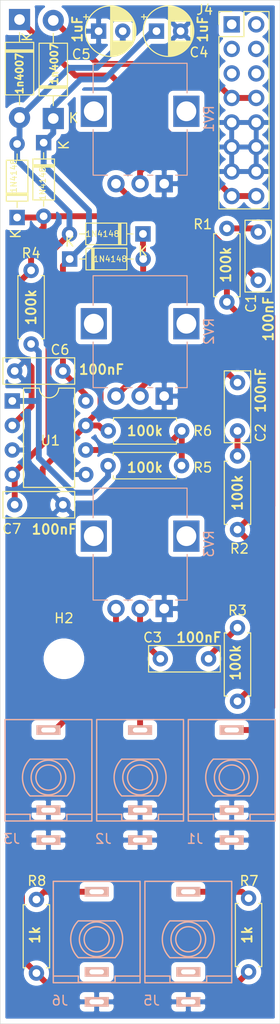
<source format=kicad_pcb>
(kicad_pcb (version 20171130) (host pcbnew "(5.1.7)-1")
  (layers (0 F.Cu signal hide) (31 B.Cu signal hide) (34 B.Paste user hide) (35 F.Paste user hide) (36 B.SilkS user) (37 F.SilkS user hide) (38 B.Mask user hide) (39 F.Mask user hide) (44 Edge.Cuts user))
  (net 0 "")
  (net 1 "Net-(C1-Pad2)")
  (net 2 "Net-(C1-Pad1)")
  (net 3 "Net-(C2-Pad2)")
  (net 4 "Net-(C2-Pad1)")
  (net 5 "Net-(C3-Pad2)")
  (net 6 "Net-(C3-Pad1)")
  (net 7 GND)
  (net 8 +12V)
  (net 9 -12V)
  (net 10 "Net-(D1-Pad1)")
  (net 11 VAA)
  (net 12 VSS)
  (net 13 "Net-(D5-Pad2)")
  (net 14 "Net-(J1-Pad3)")
  (net 15 "Net-(J2-Pad3)")
  (net 16 "Net-(J3-Pad3)")
  (net 17 "Net-(J4-Pad6)")
  (net 18 "Net-(J4-Pad5)")
  (net 19 "Net-(J4-Pad4)")
  (net 20 "Net-(J4-Pad3)")
  (net 21 "Net-(J4-Pad2)")
  (net 22 "Net-(J4-Pad1)")
  (net 23 "Net-(J5-Pad2)")
  (net 24 "Net-(J5-Pad3)")
  (net 25 "Net-(J6-Pad2)")
  (net 26 "Net-(J6-Pad3)")
  (net 27 "Net-(R4-Pad1)")
  (net 28 "Net-(R5-Pad1)")
  (module Connector_PinHeader_2.54mm:PinHeader_2x08_P2.54mm_Vertical (layer F.Cu) (at 111.36 29.58)
    (fp_text reference J4 (at -2.8 -1.5) (layer F.SilkS))
    (fp_text value Conn_02x08_Odd_Even)
    (pad 16 thru_hole oval (at 2.54 17.78) (size 1.7 1.7) (drill 1) (layers *.Cu *.Mask) (net 12 VSS))
    (pad 15 thru_hole oval (at 0 17.78) (size 1.7 1.7) (drill 1) (layers *.Cu *.Mask) (net 12 VSS))
    (pad 14 thru_hole oval (at 2.54 15.24) (size 1.7 1.7) (drill 1) (layers *.Cu *.Mask) (net 7 GND))
    (pad 13 thru_hole oval (at 0 15.24) (size 1.7 1.7) (drill 1) (layers *.Cu *.Mask) (net 7 GND))
    (pad 12 thru_hole oval (at 2.54 12.7) (size 1.7 1.7) (drill 1) (layers *.Cu *.Mask) (net 7 GND))
    (pad 11 thru_hole oval (at 0 12.7) (size 1.7 1.7) (drill 1) (layers *.Cu *.Mask) (net 7 GND))
    (pad 10 thru_hole oval (at 2.54 10.16) (size 1.7 1.7) (drill 1) (layers *.Cu *.Mask) (net 7 GND))
    (pad 9 thru_hole oval (at 0 10.16) (size 1.7 1.7) (drill 1) (layers *.Cu *.Mask) (net 7 GND))
    (pad 8 thru_hole oval (at 2.54 7.62) (size 1.7 1.7) (drill 1) (layers *.Cu *.Mask) (net 11 VAA))
    (pad 7 thru_hole oval (at 0 7.62) (size 1.7 1.7) (drill 1) (layers *.Cu *.Mask) (net 11 VAA))
    (pad 6 thru_hole oval (at 2.54 5.08) (size 1.7 1.7) (drill 1) (layers *.Cu *.Mask) (net 17 "Net-(J4-Pad6)"))
    (pad 5 thru_hole oval (at 0 5.08) (size 1.7 1.7) (drill 1) (layers *.Cu *.Mask) (net 18 "Net-(J4-Pad5)"))
    (pad 4 thru_hole oval (at 2.54 2.54) (size 1.7 1.7) (drill 1) (layers *.Cu *.Mask) (net 19 "Net-(J4-Pad4)"))
    (pad 3 thru_hole oval (at 0 2.54) (size 1.7 1.7) (drill 1) (layers *.Cu *.Mask) (net 20 "Net-(J4-Pad3)"))
    (pad 2 thru_hole oval (at 2.54 0) (size 1.7 1.7) (drill 1) (layers *.Cu *.Mask) (net 21 "Net-(J4-Pad2)"))
    (pad 1 thru_hole rect (at 0 0) (size 1.7 1.7) (drill 1) (layers *.Cu *.Mask) (net 22 "Net-(J4-Pad1)"))
  )
  (module FOOTPRINTS-I-MADE:Potentiometer_Alpha_RD901F-40-00D_Single_Vertical (layer B.Cu) (at 104.36 90.08 90)
    (fp_text reference RV3 (at 6.71 4.64 90) (layer B.SilkS) (effects (justify mirror)))
    (fp_text value 100k)
    (pad "" thru_hole rect (at 7.5 2.3) (size 2.72 3.24) (drill 2.05) (layers *.Cu *.Mask))
    (pad "" thru_hole rect (at 7.5 -7.3) (size 2.72 3.24) (drill 2.05) (layers *.Cu *.Mask))
    (pad 3 thru_hole circle (at 0 -5) (size 1.8 1.8) (drill 1) (layers *.Cu *.Mask) (net 16 "Net-(J3-Pad3)"))
    (pad 2 thru_hole circle (at 0 -2.5) (size 1.8 1.8) (drill 1) (layers *.Cu *.Mask) (net 6 "Net-(C3-Pad1)"))
    (pad 1 thru_hole rect (at 0 0) (size 1.8 1.8) (drill 1) (layers *.Cu *.Mask) (net 7 GND))
  )
  (module FOOTPRINTS-I-MADE:Potentiometer_Alpha_RD901F-40-00D_Single_Vertical (layer B.Cu) (at 104.36 68.08 90)
    (fp_text reference RV2 (at 6.71 4.64 90) (layer B.SilkS) (effects (justify mirror)))
    (fp_text value 100k)
    (pad "" thru_hole rect (at 7.5 2.3) (size 2.72 3.24) (drill 2.05) (layers *.Cu *.Mask))
    (pad "" thru_hole rect (at 7.5 -7.3) (size 2.72 3.24) (drill 2.05) (layers *.Cu *.Mask))
    (pad 3 thru_hole circle (at 0 -5) (size 1.8 1.8) (drill 1) (layers *.Cu *.Mask) (net 15 "Net-(J2-Pad3)"))
    (pad 2 thru_hole circle (at 0 -2.5) (size 1.8 1.8) (drill 1) (layers *.Cu *.Mask) (net 4 "Net-(C2-Pad1)"))
    (pad 1 thru_hole rect (at 0 0) (size 1.8 1.8) (drill 1) (layers *.Cu *.Mask) (net 7 GND))
  )
  (module FOOTPRINTS-I-MADE:Potentiometer_Alpha_RD901F-40-00D_Single_Vertical (layer B.Cu) (at 104.36 46.08 90)
    (fp_text reference RV1 (at 6.71 4.64 90) (layer B.SilkS) (effects (justify mirror)))
    (fp_text value 100k)
    (pad "" thru_hole rect (at 7.5 2.3) (size 2.72 3.24) (drill 2.05) (layers *.Cu *.Mask))
    (pad "" thru_hole rect (at 7.5 -7.3) (size 2.72 3.24) (drill 2.05) (layers *.Cu *.Mask))
    (pad 3 thru_hole circle (at 0 -5) (size 1.8 1.8) (drill 1) (layers *.Cu *.Mask) (net 14 "Net-(J1-Pad3)"))
    (pad 2 thru_hole circle (at 0 -2.5) (size 1.8 1.8) (drill 1) (layers *.Cu *.Mask) (net 2 "Net-(C1-Pad1)"))
    (pad 1 thru_hole rect (at 0 0) (size 1.8 1.8) (drill 1) (layers *.Cu *.Mask) (net 7 GND))
  )
  (module Package_DIP:DIP-8_W7.62mm (layer F.Cu) (at 88.61 68.58)
    (fp_text reference U1 (at 3.95 4.1) (layer F.SilkS))
    (fp_text value TL072)
    (pad 8 thru_hole oval (at 7.62 0) (size 1.6 1.6) (drill 0.8) (layers *.Cu *.Mask) (net 8 +12V))
    (pad 4 thru_hole oval (at 0 7.62) (size 1.6 1.6) (drill 0.8) (layers *.Cu *.Mask) (net 9 -12V))
    (pad 7 thru_hole oval (at 7.62 2.54) (size 1.6 1.6) (drill 0.8) (layers *.Cu *.Mask) (net 13 "Net-(D5-Pad2)"))
    (pad 3 thru_hole oval (at 0 5.08) (size 1.6 1.6) (drill 0.8) (layers *.Cu *.Mask) (net 7 GND))
    (pad 6 thru_hole oval (at 7.62 5.08) (size 1.6 1.6) (drill 0.8) (layers *.Cu *.Mask) (net 28 "Net-(R5-Pad1)"))
    (pad 2 thru_hole oval (at 0 2.54) (size 1.6 1.6) (drill 0.8) (layers *.Cu *.Mask) (net 10 "Net-(D1-Pad1)"))
    (pad 5 thru_hole oval (at 7.62 7.62) (size 1.6 1.6) (drill 0.8) (layers *.Cu *.Mask) (net 7 GND))
    (pad 1 thru_hole rect (at 0 0) (size 1.6 1.6) (drill 0.8) (layers *.Cu *.Mask) (net 27 "Net-(R4-Pad1)"))
  )
  (module Resistor_THT:R_Axial_DIN0207_L6.3mm_D2.5mm_P7.62mm_Horizontal (layer F.Cu) (at 91.11 127.83 90)
    (fp_text reference R8 (at 9.55 0.05) (layer F.SilkS))
    (fp_text value 1K)
    (pad 2 thru_hole oval (at 7.62 0 90) (size 1.6 1.6) (drill 0.8) (layers *.Cu *.Mask) (net 26 "Net-(J6-Pad3)"))
    (pad 1 thru_hole circle (at 0 0 90) (size 1.6 1.6) (drill 0.8) (layers *.Cu *.Mask) (net 13 "Net-(D5-Pad2)"))
  )
  (module Resistor_THT:R_Axial_DIN0207_L6.3mm_D2.5mm_P7.62mm_Horizontal (layer F.Cu) (at 113.11 120.08 270)
    (fp_text reference R7 (at -1.8 -0.05) (layer F.SilkS))
    (fp_text value 1K)
    (pad 2 thru_hole oval (at 7.62 0 270) (size 1.6 1.6) (drill 0.8) (layers *.Cu *.Mask) (net 13 "Net-(D5-Pad2)"))
    (pad 1 thru_hole circle (at 0 0 270) (size 1.6 1.6) (drill 0.8) (layers *.Cu *.Mask) (net 24 "Net-(J5-Pad3)"))
  )
  (module Resistor_THT:R_Axial_DIN0207_L6.3mm_D2.5mm_P7.62mm_Horizontal (layer F.Cu) (at 98.56 71.68)
    (fp_text reference R6 (at 9.8 0) (layer F.SilkS))
    (fp_text value 100K)
    (pad 2 thru_hole oval (at 7.62 0) (size 1.6 1.6) (drill 0.8) (layers *.Cu *.Mask) (net 28 "Net-(R5-Pad1)"))
    (pad 1 thru_hole circle (at 0 0) (size 1.6 1.6) (drill 0.8) (layers *.Cu *.Mask) (net 13 "Net-(D5-Pad2)"))
  )
  (module Resistor_THT:R_Axial_DIN0207_L6.3mm_D2.5mm_P7.62mm_Horizontal (layer F.Cu) (at 106.16 75.28 180)
    (fp_text reference R5 (at -2.2 -0.2) (layer F.SilkS))
    (fp_text value 100K)
    (pad 2 thru_hole oval (at 7.62 0 180) (size 1.6 1.6) (drill 0.8) (layers *.Cu *.Mask) (net 27 "Net-(R4-Pad1)"))
    (pad 1 thru_hole circle (at 0 0 180) (size 1.6 1.6) (drill 0.8) (layers *.Cu *.Mask) (net 28 "Net-(R5-Pad1)"))
  )
  (module Resistor_THT:R_Axial_DIN0207_L6.3mm_D2.5mm_P7.62mm_Horizontal (layer F.Cu) (at 90.56 62.68 90)
    (fp_text reference R4 (at 9.4 0 180) (layer F.SilkS))
    (fp_text value 100K)
    (pad 2 thru_hole oval (at 7.62 0 90) (size 1.6 1.6) (drill 0.8) (layers *.Cu *.Mask) (net 10 "Net-(D1-Pad1)"))
    (pad 1 thru_hole circle (at 0 0 90) (size 1.6 1.6) (drill 0.8) (layers *.Cu *.Mask) (net 27 "Net-(R4-Pad1)"))
  )
  (module Resistor_THT:R_Axial_DIN0207_L6.3mm_D2.5mm_P7.62mm_Horizontal (layer F.Cu) (at 111.96 99.68 90)
    (fp_text reference R3 (at 9.4 0) (layer F.SilkS))
    (fp_text value 100K)
    (pad 2 thru_hole oval (at 7.62 0 90) (size 1.6 1.6) (drill 0.8) (layers *.Cu *.Mask) (net 5 "Net-(C3-Pad2)"))
    (pad 1 thru_hole circle (at 0 0 90) (size 1.6 1.6) (drill 0.8) (layers *.Cu *.Mask) (net 10 "Net-(D1-Pad1)"))
  )
  (module Resistor_THT:R_Axial_DIN0207_L6.3mm_D2.5mm_P7.62mm_Horizontal (layer F.Cu) (at 111.96 81.9 90)
    (fp_text reference R2 (at -1.98 0.2 180) (layer F.SilkS))
    (fp_text value 100K)
    (pad 2 thru_hole oval (at 7.62 0 90) (size 1.6 1.6) (drill 0.8) (layers *.Cu *.Mask) (net 3 "Net-(C2-Pad2)"))
    (pad 1 thru_hole circle (at 0 0 90) (size 1.6 1.6) (drill 0.8) (layers *.Cu *.Mask) (net 10 "Net-(D1-Pad1)"))
  )
  (module Resistor_THT:R_Axial_DIN0207_L6.3mm_D2.5mm_P7.62mm_Horizontal (layer F.Cu) (at 110.86 58.33 90)
    (fp_text reference R1 (at 8.05 -2.5) (layer F.SilkS))
    (fp_text value 100K)
    (pad 2 thru_hole oval (at 7.62 0 90) (size 1.6 1.6) (drill 0.8) (layers *.Cu *.Mask) (net 1 "Net-(C1-Pad2)"))
    (pad 1 thru_hole circle (at 0 0 90) (size 1.6 1.6) (drill 0.8) (layers *.Cu *.Mask) (net 10 "Net-(D1-Pad1)"))
  )
  (module footprints:thonkiconn_fuzzySi (layer B.Cu) (at 97.36 124.33 180)
    (fp_text reference J6 (at 3.81 -6.35) (layer B.SilkS) (effects (justify mirror)))
    (fp_text value fuzzySI_thonkiconn hide)
    (pad 1 thru_hole rect (at 0 -6.48 180) (size 2.5 1) (drill oval 1.5 0.5) (layers *.Cu *.Mask B.SilkS) (net 7 GND))
    (pad 2 thru_hole rect (at 0 -3.38 180) (size 2.5 1) (drill oval 1.5 0.5) (layers *.Cu *.Mask B.SilkS) (net 25 "Net-(J6-Pad2)"))
    (pad 3 thru_hole rect (at 0 4.92 180) (size 2.5 1) (drill oval 1.5 0.5) (layers *.Cu *.Mask B.SilkS) (net 26 "Net-(J6-Pad3)"))
  )
  (module footprints:thonkiconn_fuzzySi (layer B.Cu) (at 106.86 124.33 180)
    (fp_text reference J5 (at 3.81 -6.35) (layer B.SilkS) (effects (justify mirror)))
    (fp_text value fuzzySI_thonkiconn hide)
    (pad 1 thru_hole rect (at 0 -6.48 180) (size 2.5 1) (drill oval 1.5 0.5) (layers *.Cu *.Mask B.SilkS) (net 7 GND))
    (pad 2 thru_hole rect (at 0 -3.38 180) (size 2.5 1) (drill oval 1.5 0.5) (layers *.Cu *.Mask B.SilkS) (net 23 "Net-(J5-Pad2)"))
    (pad 3 thru_hole rect (at 0 4.92 180) (size 2.5 1) (drill oval 1.5 0.5) (layers *.Cu *.Mask B.SilkS) (net 24 "Net-(J5-Pad3)"))
  )
  (module footprints:thonkiconn_fuzzySi (layer B.Cu) (at 92.36 107.58 180)
    (fp_text reference J3 (at 3.81 -6.35) (layer B.SilkS) (effects (justify mirror)))
    (fp_text value fuzzySI_thonkiconn hide)
    (pad 1 thru_hole rect (at 0 -6.48 180) (size 2.5 1) (drill oval 1.5 0.5) (layers *.Cu *.Mask B.SilkS) (net 7 GND))
    (pad 2 thru_hole rect (at 0 -3.38 180) (size 2.5 1) (drill oval 1.5 0.5) (layers *.Cu *.Mask B.SilkS) (net 7 GND))
    (pad 3 thru_hole rect (at 0 4.92 180) (size 2.5 1) (drill oval 1.5 0.5) (layers *.Cu *.Mask B.SilkS) (net 16 "Net-(J3-Pad3)"))
  )
  (module footprints:thonkiconn_fuzzySi (layer B.Cu) (at 101.86 107.58 180)
    (fp_text reference J2 (at 3.81 -6.35) (layer B.SilkS) (effects (justify mirror)))
    (fp_text value fuzzySI_thonkiconn hide)
    (pad 1 thru_hole rect (at 0 -6.48 180) (size 2.5 1) (drill oval 1.5 0.5) (layers *.Cu *.Mask B.SilkS) (net 7 GND))
    (pad 2 thru_hole rect (at 0 -3.38 180) (size 2.5 1) (drill oval 1.5 0.5) (layers *.Cu *.Mask B.SilkS) (net 7 GND))
    (pad 3 thru_hole rect (at 0 4.92 180) (size 2.5 1) (drill oval 1.5 0.5) (layers *.Cu *.Mask B.SilkS) (net 15 "Net-(J2-Pad3)"))
  )
  (module footprints:thonkiconn_fuzzySi (layer B.Cu) (at 111.36 107.58 180)
    (fp_text reference J1 (at 3.81 -6.35) (layer B.SilkS) (effects (justify mirror)))
    (fp_text value fuzzySI_thonkiconn hide)
    (pad 1 thru_hole rect (at 0 -6.48 180) (size 2.5 1) (drill oval 1.5 0.5) (layers *.Cu *.Mask B.SilkS) (net 7 GND))
    (pad 2 thru_hole rect (at 0 -3.38 180) (size 2.5 1) (drill oval 1.5 0.5) (layers *.Cu *.Mask B.SilkS) (net 7 GND))
    (pad 3 thru_hole rect (at 0 4.92 180) (size 2.5 1) (drill oval 1.5 0.5) (layers *.Cu *.Mask B.SilkS) (net 14 "Net-(J1-Pad3)"))
  )
  (module MountingHole:MountingHole_3.2mm_M3 (layer F.Cu) (at 93.96 95.28)
    (fp_text reference H2 (at 0 -4.2) (layer F.SilkS))
    (fp_text value MountingHole)
    (pad 1 np_thru_hole circle (at 0 0) (size 3.2 3.2) (drill 3.2) (layers *.Cu *.Mask))
  )
  (module MountingHole:MountingHole_3.2mm_M3 (layer F.Cu) (at 24.96 72.88)
    (fp_text reference H1 (at 0 -4.2) (layer F.SilkS))
    (fp_text value MountingHole)
    (pad 1 np_thru_hole circle (at 0 0) (size 3.2 3.2) (drill 3.2) (layers *.Cu *.Mask))
  )
  (module Diode_THT:D_DO-35_SOD27_P7.62mm_Horizontal (layer F.Cu) (at 102.16 51.28 180)
    (fp_text reference D6 hide)
    (fp_text value 1N4148)
    (fp_text user K (at 0 -1.8) (layer F.SilkS))
    (pad 2 thru_hole oval (at 7.62 0 180) (size 1.6 1.6) (drill 0.8) (layers *.Cu *.Mask) (net 9 -12V))
    (pad 1 thru_hole rect (at 0 0 180) (size 1.6 1.6) (drill 0.8) (layers *.Cu *.Mask) (net 13 "Net-(D5-Pad2)"))
  )
  (module Diode_THT:D_DO-35_SOD27_P7.62mm_Horizontal (layer F.Cu) (at 94.56 53.88)
    (fp_text reference D5 hide)
    (fp_text value 1N4148)
    (fp_text user K (at 0 -1.8) (layer F.SilkS))
    (pad 2 thru_hole oval (at 7.62 0) (size 1.6 1.6) (drill 0.8) (layers *.Cu *.Mask) (net 13 "Net-(D5-Pad2)"))
    (pad 1 thru_hole rect (at 0 0) (size 1.6 1.6) (drill 0.8) (layers *.Cu *.Mask) (net 8 +12V))
  )
  (module Diode_THT:D_DO-41_SOD81_P10.16mm_Horizontal (layer F.Cu) (at 89.36 29.08 270)
    (fp_text reference D4 hide)
    (fp_text value 1N4007)
    (fp_text user K (at 1.8 -0.8 270) (layer F.SilkS))
    (pad 2 thru_hole oval (at 10.16 0 270) (size 2.2 2.2) (drill 1.1) (layers *.Cu *.Mask) (net 9 -12V))
    (pad 1 thru_hole rect (at 0 0 270) (size 2.2 2.2) (drill 1.1) (layers *.Cu *.Mask) (net 12 VSS))
  )
  (module Diode_THT:D_DO-41_SOD81_P10.16mm_Horizontal (layer F.Cu) (at 92.86 39.33 90)
    (fp_text reference D3 hide)
    (fp_text value 1N4007)
    (fp_text user K (at 0.05 2.1) (layer F.SilkS))
    (pad 2 thru_hole oval (at 10.16 0 90) (size 2.2 2.2) (drill 1.1) (layers *.Cu *.Mask) (net 11 VAA))
    (pad 1 thru_hole rect (at 0 0 90) (size 2.2 2.2) (drill 1.1) (layers *.Cu *.Mask) (net 8 +12V))
  )
  (module Diode_THT:D_DO-35_SOD27_P7.62mm_Horizontal (layer F.Cu) (at 91.86 41.83 270)
    (fp_text reference D2 hide)
    (fp_text value 1N4148)
    (fp_text user K (at 0.25 -2.1 90) (layer F.SilkS))
    (pad 2 thru_hole oval (at 7.62 0 270) (size 1.6 1.6) (drill 0.8) (layers *.Cu *.Mask) (net 10 "Net-(D1-Pad1)"))
    (pad 1 thru_hole rect (at 0 0 270) (size 1.6 1.6) (drill 0.8) (layers *.Cu *.Mask) (net 8 +12V))
  )
  (module Diode_THT:D_DO-35_SOD27_P7.62mm_Horizontal (layer F.Cu) (at 89.11 49.58 90)
    (fp_text reference D1 hide)
    (fp_text value 1N4148)
    (fp_text user K (at -1.7 -0.15 90) (layer F.SilkS))
    (pad 2 thru_hole oval (at 7.62 0 90) (size 1.6 1.6) (drill 0.8) (layers *.Cu *.Mask) (net 9 -12V))
    (pad 1 thru_hole rect (at 0 0 90) (size 1.6 1.6) (drill 0.8) (layers *.Cu *.Mask) (net 10 "Net-(D1-Pad1)"))
  )
  (module Capacitor_THT:C_Rect_L7.2mm_W2.5mm_P5.00mm_FKS2_FKP2_MKS2_MKP2 (layer F.Cu) (at 93.86 79.33 180)
    (fp_text reference C7 (at 5.3 -2.5) (layer F.SilkS))
    (fp_text value 100nF)
    (pad 2 thru_hole circle (at 5 0 180) (size 1.6 1.6) (drill 0.8) (layers *.Cu *.Mask) (net 9 -12V))
    (pad 1 thru_hole circle (at 0 0 180) (size 1.6 1.6) (drill 0.8) (layers *.Cu *.Mask) (net 7 GND))
  )
  (module Capacitor_THT:C_Rect_L7.2mm_W2.5mm_P5.00mm_FKS2_FKP2_MKS2_MKP2 (layer F.Cu) (at 93.86 65.48 180)
    (fp_text reference C6 (at 0.3 2.2) (layer F.SilkS))
    (fp_text value 100nF)
    (pad 2 thru_hole circle (at 5 0 180) (size 1.6 1.6) (drill 0.8) (layers *.Cu *.Mask) (net 7 GND))
    (pad 1 thru_hole circle (at 0 0 180) (size 1.6 1.6) (drill 0.8) (layers *.Cu *.Mask) (net 8 +12V))
  )
  (module Capacitor_THT:CP_Radial_D5.0mm_P2.50mm (layer F.Cu) (at 97.56 30.28)
    (fp_text reference C5 (at -1.8 2.4) (layer F.SilkS))
    (fp_text value 1uF)
    (pad 2 thru_hole circle (at 2.5 0) (size 1.6 1.6) (drill 0.8) (layers *.Cu *.Mask) (net 9 -12V))
    (pad 1 thru_hole rect (at 0 0) (size 1.6 1.6) (drill 0.8) (layers *.Cu *.Mask) (net 7 GND))
  )
  (module Capacitor_THT:CP_Radial_D5.0mm_P2.50mm (layer F.Cu) (at 103.56 30.28)
    (fp_text reference C4 (at 4.4 2.2) (layer F.SilkS))
    (fp_text value 1uF)
    (pad 2 thru_hole circle (at 2.5 0) (size 1.6 1.6) (drill 0.8) (layers *.Cu *.Mask) (net 7 GND))
    (pad 1 thru_hole rect (at 0 0) (size 1.6 1.6) (drill 0.8) (layers *.Cu *.Mask) (net 8 +12V))
  )
  (module Capacitor_THT:C_Rect_L7.2mm_W2.5mm_P5.00mm_FKS2_FKP2_MKS2_MKP2 (layer F.Cu) (at 103.96 95.28)
    (fp_text reference C3 (at -0.8 -2.2) (layer F.SilkS))
    (fp_text value 100nF)
    (pad 2 thru_hole circle (at 5 0) (size 1.6 1.6) (drill 0.8) (layers *.Cu *.Mask) (net 5 "Net-(C3-Pad2)"))
    (pad 1 thru_hole circle (at 0 0) (size 1.6 1.6) (drill 0.8) (layers *.Cu *.Mask) (net 6 "Net-(C3-Pad1)"))
  )
  (module Capacitor_THT:C_Rect_L7.2mm_W2.5mm_P5.00mm_FKS2_FKP2_MKS2_MKP2 (layer F.Cu) (at 111.96 66.68 270)
    (fp_text reference C2 (at 5.2 -2.4 270) (layer F.SilkS))
    (fp_text value 100nF)
    (pad 2 thru_hole circle (at 5 0 270) (size 1.6 1.6) (drill 0.8) (layers *.Cu *.Mask) (net 3 "Net-(C2-Pad2)"))
    (pad 1 thru_hole circle (at 0 0 270) (size 1.6 1.6) (drill 0.8) (layers *.Cu *.Mask) (net 4 "Net-(C2-Pad1)"))
  )
  (module Capacitor_THT:C_Rect_L7.2mm_W2.5mm_P5.00mm_FKS2_FKP2_MKS2_MKP2 (layer F.Cu) (at 114.11 56.08 90)
    (fp_text reference C1 (at -2.4 -0.75 90) (layer F.SilkS))
    (fp_text value 100nF)
    (pad 2 thru_hole circle (at 5 0 90) (size 1.6 1.6) (drill 0.8) (layers *.Cu *.Mask) (net 1 "Net-(C1-Pad2)"))
    (pad 1 thru_hole circle (at 0 0 90) (size 1.6 1.6) (drill 0.8) (layers *.Cu *.Mask) (net 2 "Net-(C1-Pad1)"))
  )
  (gr_text 1k (at 112.96 123.88 90) (layer F.SilkS) (effects (font (size 1 1) (thickness 0.2))))
  (gr_text 1k (at 90.96 123.88 90) (layer F.SilkS) (effects (font (size 1 1) (thickness 0.2))))
  (gr_text 100k (at 111.76 95.68 90) (layer F.SilkS) (effects (font (size 1 1) (thickness 0.2))))
  (gr_text 100nF (at 107.96 93.08) (layer F.SilkS) (effects (font (size 1 1) (thickness 0.2))))
  (gr_text 100nF (at 92.96 81.88) (layer F.SilkS) (effects (font (size 1 1) (thickness 0.2))))
  (gr_text 100nF (at 97.86 65.33) (layer F.SilkS) (effects (font (size 1 1) (thickness 0.2))))
  (gr_text 100k (at 102.36 75.48) (layer F.SilkS) (effects (font (size 1 1) (thickness 0.2))))
  (gr_text 100k (at 102.36 71.68) (layer F.SilkS) (effects (font (size 1 1) (thickness 0.2))))
  (gr_text 100k (at 111.96 78.08 90) (layer F.SilkS) (effects (font (size 1 1) (thickness 0.2))))
  (gr_text 100nF (at 114.36 67.48 90) (layer F.SilkS) (effects (font (size 1 1) (thickness 0.2))))
  (gr_text 100nF (at 115.16 60.08 90) (layer F.SilkS) (effects (font (size 1 1) (thickness 0.2))))
  (gr_text 100k (at 110.76 54.48 90) (layer F.SilkS) (effects (font (size 1 1) (thickness 0.2))))
  (gr_text 100k (at 90.56 58.88 90) (layer F.SilkS) (effects (font (size 1 1) (thickness 0.2))))
  (gr_text 1N4148 (at 98.76 53.88) (layer F.SilkS) (effects (font (size 0.6 0.6) (thickness 0.1))))
  (gr_text 1N4148 (at 97.96 51.28) (layer F.SilkS) (effects (font (size 0.6 0.6) (thickness 0.1))))
  (gr_text 1N4148 (at 91.76 46.08 90) (layer F.SilkS) (effects (font (size 0.6 0.6) (thickness 0.1))))
  (gr_text 1N4148 (at 88.76 45.28 90) (layer F.SilkS) (effects (font (size 0.6 0.6) (thickness 0.1))))
  (gr_text 1n4007 (at 92.96 33.68 90) (layer F.SilkS) (effects (font (size 0.75 0.75) (thickness 0.1875))))
  (gr_text 1n4007 (at 89.36 34.68 90) (layer F.SilkS) (effects (font (size 0.75 0.75) (thickness 0.1875))))
  (gr_text 1uF (at 95.36 30.08 90) (layer F.SilkS) (effects (font (size 1 1) (thickness 0.2))))
  (gr_text 1uF (at 108.36 30.08 90) (layer F.SilkS) (effects (font (size 1 1) (thickness 0.2))))
  (gr_line (start 116.36 27.08) (end 116.36 133.08) (layer Edge.Cuts) (width 0.05))
  (gr_line (start 87.36 27.08) (end 116.36 27.08) (layer Edge.Cuts) (width 0.05))
  (gr_line (start 87.36 133.08) (end 87.36 27.08) (layer Edge.Cuts) (width 0.05))
  (gr_line (start 116.36 133.08) (end 87.36 133.08) (layer Edge.Cuts) (width 0.05))
  (segment (start 113.74 50.71) (end 114.11 51.08) (width 0.6096) (layer F.Cu) (net 1))
  (segment (start 110.86 50.71) (end 113.74 50.71) (width 0.6096) (layer F.Cu) (net 1))
  (segment (start 108.86 47.18) (end 108.86 50.83) (width 0.6096) (layer F.Cu) (net 2))
  (segment (start 105.56 43.88) (end 108.86 47.18) (width 0.6096) (layer F.Cu) (net 2))
  (segment (start 102.787208 43.88) (end 105.56 43.88) (width 0.6096) (layer F.Cu) (net 2))
  (segment (start 101.86 44.807208) (end 102.787208 43.88) (width 0.6096) (layer F.Cu) (net 2))
  (segment (start 108.86 50.83) (end 114.11 56.08) (width 0.6096) (layer F.Cu) (net 2))
  (segment (start 101.86 46.08) (end 101.86 44.807208) (width 0.6096) (layer F.Cu) (net 2))
  (segment (start 111.96 74.28) (end 111.96 71.68) (width 0.6096) (layer F.Cu) (net 3))
  (segment (start 101.86 67.33) (end 101.86 68.08) (width 0.6096) (layer F.Cu) (net 4))
  (segment (start 103.36 65.83) (end 101.86 67.33) (width 0.6096) (layer F.Cu) (net 4))
  (segment (start 111.11 65.83) (end 103.36 65.83) (width 0.6096) (layer F.Cu) (net 4))
  (segment (start 111.96 66.68) (end 111.11 65.83) (width 0.6096) (layer F.Cu) (net 4))
  (segment (start 108.96 95.06) (end 111.96 92.06) (width 0.6096) (layer F.Cu) (net 5))
  (segment (start 108.96 95.28) (end 108.96 95.06) (width 0.6096) (layer F.Cu) (net 5))
  (segment (start 101.86 93.18) (end 101.86 90.08) (width 0.6096) (layer F.Cu) (net 6))
  (segment (start 103.96 95.28) (end 101.86 93.18) (width 0.6096) (layer F.Cu) (net 6))
  (segment (start 103.16 30.28) (end 103.56 30.28) (width 0.6096) (layer B.Cu) (net 8))
  (segment (start 95.68248 35.28) (end 98.16 35.28) (width 0.6096) (layer B.Cu) (net 8))
  (segment (start 98.16 35.28) (end 103.16 30.28) (width 0.6096) (layer B.Cu) (net 8))
  (segment (start 92.86 38.10248) (end 95.68248 35.28) (width 0.6096) (layer B.Cu) (net 8))
  (segment (start 92.86 39.33) (end 92.86 38.10248) (width 0.6096) (layer B.Cu) (net 8))
  (segment (start 94.56 53.88) (end 96.56 51.88) (width 0.6096) (layer B.Cu) (net 8))
  (segment (start 96.56 51.88) (end 96.56 48.88) (width 0.6096) (layer B.Cu) (net 8))
  (segment (start 91.86 44.18) (end 91.86 41.83) (width 0.6096) (layer B.Cu) (net 8))
  (segment (start 96.56 48.88) (end 91.86 44.18) (width 0.6096) (layer B.Cu) (net 8))
  (segment (start 92.86 40.83) (end 91.86 41.83) (width 0.6096) (layer B.Cu) (net 8))
  (segment (start 92.86 39.33) (end 92.86 40.83) (width 0.6096) (layer B.Cu) (net 8))
  (segment (start 96.23 67.95) (end 93.86 65.58) (width 0.6096) (layer F.Cu) (net 8))
  (segment (start 96.23 68.58) (end 96.23 67.95) (width 0.6096) (layer F.Cu) (net 8))
  (segment (start 93.86 54.58) (end 94.56 53.88) (width 0.6096) (layer F.Cu) (net 8))
  (segment (start 93.86 65.48) (end 93.86 54.58) (width 0.6096) (layer F.Cu) (net 8))
  (segment (start 89.11 39.49) (end 89.36 39.24) (width 0.6096) (layer F.Cu) (net 9))
  (segment (start 100.06 31.38) (end 100.06 30.28) (width 0.6096) (layer B.Cu) (net 9))
  (segment (start 97.36 34.08) (end 100.06 31.38) (width 0.6096) (layer B.Cu) (net 9))
  (segment (start 94.52 34.08) (end 97.36 34.08) (width 0.6096) (layer B.Cu) (net 9))
  (segment (start 89.36 39.24) (end 94.52 34.08) (width 0.6096) (layer B.Cu) (net 9))
  (segment (start 94.54 51.28) (end 94.54 49.06) (width 0.6096) (layer B.Cu) (net 9))
  (segment (start 89.11 43.63) (end 89.11 41.96) (width 0.6096) (layer B.Cu) (net 9))
  (segment (start 94.54 49.06) (end 89.11 43.63) (width 0.6096) (layer B.Cu) (net 9))
  (segment (start 89.36 41.71) (end 89.11 41.96) (width 0.6096) (layer B.Cu) (net 9))
  (segment (start 89.36 39.24) (end 89.36 41.71) (width 0.6096) (layer B.Cu) (net 9))
  (segment (start 88.86 76.45) (end 88.61 76.2) (width 0.6096) (layer F.Cu) (net 9))
  (segment (start 88.86 79.33) (end 88.86 76.45) (width 0.6096) (layer F.Cu) (net 9))
  (segment (start 92.86 52.96) (end 94.54 51.28) (width 0.6096) (layer F.Cu) (net 9))
  (segment (start 92.36 52.46) (end 92.86 52.96) (width 0.6096) (layer F.Cu) (net 9))
  (segment (start 92.36 72.45) (end 92.36 52.46) (width 0.6096) (layer F.Cu) (net 9))
  (segment (start 88.61 76.2) (end 92.36 72.45) (width 0.6096) (layer F.Cu) (net 9))
  (segment (start 91.73 49.58) (end 91.86 49.45) (width 0.6096) (layer F.Cu) (net 10))
  (segment (start 89.11 49.58) (end 91.73 49.58) (width 0.6096) (layer F.Cu) (net 10))
  (segment (start 91.56 49.75) (end 91.86 49.45) (width 0.6096) (layer F.Cu) (net 10))
  (segment (start 114.56 84.5) (end 111.96 81.9) (width 0.6096) (layer F.Cu) (net 10))
  (segment (start 114.56 97.08) (end 114.56 84.5) (width 0.6096) (layer F.Cu) (net 10))
  (segment (start 111.96 99.68) (end 114.56 97.08) (width 0.6096) (layer F.Cu) (net 10))
  (segment (start 90.56 51.88) (end 90.56 55.06) (width 0.6096) (layer F.Cu) (net 10))
  (segment (start 91.86 50.58) (end 90.56 51.88) (width 0.6096) (layer F.Cu) (net 10))
  (segment (start 91.86 49.45) (end 91.86 50.58) (width 0.6096) (layer F.Cu) (net 10))
  (segment (start 110.86 56.78) (end 103.53 49.45) (width 0.6096) (layer F.Cu) (net 10))
  (segment (start 103.53 49.45) (end 91.86 49.45) (width 0.6096) (layer F.Cu) (net 10))
  (segment (start 110.86 58.33) (end 110.86 56.78) (width 0.6096) (layer F.Cu) (net 10))
  (segment (start 114.61 79.25) (end 111.96 81.9) (width 0.6096) (layer F.Cu) (net 10))
  (segment (start 114.61 62.13) (end 114.61 79.25) (width 0.6096) (layer F.Cu) (net 10))
  (segment (start 110.86 58.38) (end 114.61 62.13) (width 0.6096) (layer F.Cu) (net 10))
  (segment (start 110.86 58.33) (end 110.86 58.38) (width 0.6096) (layer F.Cu) (net 10))
  (segment (start 88.61 57.01) (end 90.56 55.06) (width 0.6096) (layer F.Cu) (net 10))
  (segment (start 88.61 63.08) (end 88.61 57.01) (width 0.6096) (layer F.Cu) (net 10))
  (segment (start 90.61 65.08) (end 88.61 63.08) (width 0.6096) (layer F.Cu) (net 10))
  (segment (start 90.61 69.12) (end 90.61 65.08) (width 0.6096) (layer F.Cu) (net 10))
  (segment (start 88.61 71.12) (end 90.61 69.12) (width 0.6096) (layer F.Cu) (net 10))
  (segment (start 111.36 37.2) (end 113.9 37.2) (width 0.6096) (layer F.Cu) (net 11))
  (segment (start 92.95 29.17) (end 92.86 29.17) (width 0.6096) (layer F.Cu) (net 11))
  (segment (start 97.46 33.68) (end 92.95 29.17) (width 0.6096) (layer F.Cu) (net 11))
  (segment (start 107.84 33.68) (end 97.46 33.68) (width 0.6096) (layer F.Cu) (net 11))
  (segment (start 111.36 37.2) (end 107.84 33.68) (width 0.6096) (layer F.Cu) (net 11))
  (segment (start 113.9 47.36) (end 111.36 47.36) (width 0.6096) (layer F.Cu) (net 12))
  (segment (start 98.88 34.88) (end 95.16 34.88) (width 0.6096) (layer F.Cu) (net 12))
  (segment (start 95.16 34.88) (end 89.36 29.08) (width 0.6096) (layer F.Cu) (net 12))
  (segment (start 111.36 47.36) (end 98.88 34.88) (width 0.6096) (layer F.Cu) (net 12))
  (segment (start 91.11 127.83) (end 89.61 126.33) (width 0.6096) (layer F.Cu) (net 13))
  (segment (start 92.61 129.33) (end 91.11 127.83) (width 0.6096) (layer F.Cu) (net 13))
  (segment (start 111.48 129.33) (end 92.61 129.33) (width 0.6096) (layer F.Cu) (net 13))
  (segment (start 113.11 127.7) (end 111.48 129.33) (width 0.6096) (layer F.Cu) (net 13))
  (segment (start 90.605199 83.234801) (end 91.76 82.08) (width 0.6096) (layer F.Cu) (net 13))
  (segment (start 91.76 75.59) (end 96.23 71.12) (width 0.6096) (layer F.Cu) (net 13))
  (segment (start 91.76 82.08) (end 91.76 75.59) (width 0.6096) (layer F.Cu) (net 13))
  (segment (start 89.61 84.23) (end 90.605199 83.234801) (width 0.6096) (layer F.Cu) (net 13))
  (segment (start 89.61 119.83) (end 89.61 84.23) (width 0.6096) (layer F.Cu) (net 13))
  (segment (start 89.61 126.33) (end 89.61 119.83) (width 0.6096) (layer F.Cu) (net 13))
  (segment (start 89.61 119.83) (end 89.61 119.08) (width 0.6096) (layer F.Cu) (net 13))
  (segment (start 102.16 53.86) (end 102.18 53.88) (width 0.6096) (layer F.Cu) (net 13))
  (segment (start 102.16 51.28) (end 102.16 53.86) (width 0.6096) (layer F.Cu) (net 13))
  (segment (start 97.76 65.68) (end 102.18 61.26) (width 0.6096) (layer F.Cu) (net 13))
  (segment (start 102.18 61.26) (end 102.18 53.88) (width 0.6096) (layer F.Cu) (net 13))
  (segment (start 97.76 69.435) (end 97.76 65.68) (width 0.6096) (layer F.Cu) (net 13))
  (segment (start 96.23 70.965) (end 97.76 69.435) (width 0.6096) (layer F.Cu) (net 13))
  (segment (start 96.23 71.12) (end 96.23 70.965) (width 0.6096) (layer F.Cu) (net 13))
  (segment (start 98.13 71.68) (end 98.56 71.68) (width 0.6096) (layer F.Cu) (net 13))
  (segment (start 97.57 71.12) (end 98.13 71.68) (width 0.6096) (layer F.Cu) (net 13))
  (segment (start 96.23 71.12) (end 97.57 71.12) (width 0.6096) (layer F.Cu) (net 13))
  (segment (start 113.2196 102.66) (end 111.36 102.66) (width 0.6096) (layer F.Cu) (net 14))
  (segment (start 115.56 100.3196) (end 113.2196 102.66) (width 0.6096) (layer F.Cu) (net 14))
  (segment (start 115.56 79.444962) (end 115.56 100.3196) (width 0.6096) (layer F.Cu) (net 14))
  (segment (start 115.569611 79.435351) (end 115.56 79.444962) (width 0.6096) (layer F.Cu) (net 14))
  (segment (start 115.569611 59.81713) (end 115.569611 79.435351) (width 0.6096) (layer F.Cu) (net 14))
  (segment (start 104.032481 48.28) (end 115.569611 59.81713) (width 0.6096) (layer F.Cu) (net 14))
  (segment (start 101.56 48.28) (end 104.032481 48.28) (width 0.6096) (layer F.Cu) (net 14))
  (segment (start 99.36 46.08) (end 101.56 48.28) (width 0.6096) (layer F.Cu) (net 14))
  (segment (start 99.36 68.08) (end 102.36 65.08) (width 0.6096) (layer F.Cu) (net 15))
  (segment (start 112.36 64.28) (end 103.16 64.28) (width 0.6096) (layer F.Cu) (net 15))
  (segment (start 113.61 65.53) (end 112.36 64.28) (width 0.6096) (layer F.Cu) (net 15))
  (segment (start 113.61 76.83) (end 113.61 65.53) (width 0.6096) (layer F.Cu) (net 15))
  (segment (start 103.16 64.28) (end 99.36 68.08) (width 0.6096) (layer F.Cu) (net 15))
  (segment (start 109.56 80.88) (end 113.61 76.83) (width 0.6096) (layer F.Cu) (net 15))
  (segment (start 109.56 92.08) (end 109.56 80.88) (width 0.6096) (layer F.Cu) (net 15))
  (segment (start 101.86 99.78) (end 109.56 92.08) (width 0.6096) (layer F.Cu) (net 15))
  (segment (start 101.86 102.66) (end 101.86 99.78) (width 0.6096) (layer F.Cu) (net 15))
  (segment (start 92.36 102.66) (end 93.03 102.66) (width 0.6096) (layer F.Cu) (net 16))
  (segment (start 99.36 96.33) (end 99.36 90.08) (width 0.6096) (layer F.Cu) (net 16))
  (segment (start 93.03 102.66) (end 99.36 96.33) (width 0.6096) (layer F.Cu) (net 16))
  (segment (start 112.44 119.41) (end 113.11 120.08) (width 0.6096) (layer F.Cu) (net 24))
  (segment (start 106.86 119.41) (end 112.44 119.41) (width 0.6096) (layer F.Cu) (net 24))
  (segment (start 91.909999 119.410001) (end 91.11 120.21) (width 0.6096) (layer F.Cu) (net 26))
  (segment (start 97.36 119.41) (end 91.909999 119.410001) (width 0.6096) (layer F.Cu) (net 26))
  (segment (start 91.36 68.58) (end 88.61 68.58) (width 0.6096) (layer B.Cu) (net 27))
  (segment (start 91.36 63.48) (end 91.36 68.58) (width 0.6096) (layer B.Cu) (net 27))
  (segment (start 90.56 62.68) (end 91.36 63.48) (width 0.6096) (layer B.Cu) (net 27))
  (segment (start 91.36 74.48) (end 91.36 68.58) (width 0.6096) (layer B.Cu) (net 27))
  (segment (start 96.87137 78.08) (end 94.96 78.08) (width 0.6096) (layer B.Cu) (net 27))
  (segment (start 98.54 76.41137) (end 96.87137 78.08) (width 0.6096) (layer B.Cu) (net 27))
  (segment (start 94.96 78.08) (end 91.36 74.48) (width 0.6096) (layer B.Cu) (net 27))
  (segment (start 98.54 75.28) (end 98.54 76.41137) (width 0.6096) (layer B.Cu) (net 27))
  (segment (start 106.18 75.26) (end 106.16 75.28) (width 0.6096) (layer F.Cu) (net 28))
  (segment (start 106.18 71.68) (end 106.18 75.26) (width 0.6096) (layer F.Cu) (net 28))
  (segment (start 104.2 73.66) (end 106.18 71.68) (width 0.6096) (layer F.Cu) (net 28))
  (segment (start 96.23 73.66) (end 104.2 73.66) (width 0.6096) (layer F.Cu) (net 28))
  (zone (net 7) (net_name GND) (layer B.Cu) (connect_pads (clearance 0.508)) (min_thickness 0.254) (fill yes (arc_segments 32) (thermal_gap 0.508) (thermal_bridge_width 0.508))
    (polygon (pts (xy 116.11 132.83) (xy 87.61 132.83) (xy 87.61 27.33) (xy 116.11 27.33)))
  )
)
</source>
